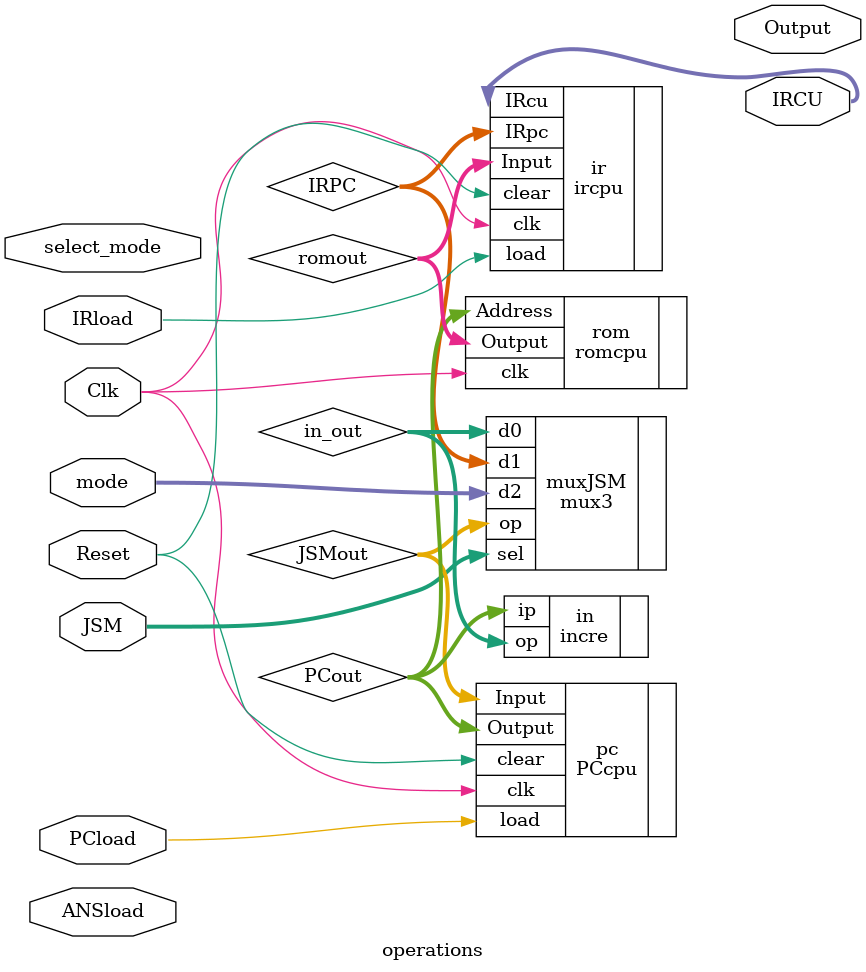
<source format=v>
`timescale 1ns / 1ps
module operations(

	 input [1:0] mode,
	 input Reset,
    input Clk,
    input IRload,
    input PCload,
	 input ANSload,
    input [1:0]JSM,
	 input select_mode,
    output [3:0] IRCU,
    output [7:0] Output
    );
	 
	 wire [7:0] Amuxw,Bmuxw,outA,outB,ALUout,romout;
	 wire [3:0] IRPC,JSMout,in_out,PCout;
	 wire [7:0] out;
	 
	 romcpu rom(.Output(romout),.Address(PCout),.clk(Clk));
	 ircpu ir(.Input(romout),.IRcu(IRCU),.IRpc(IRPC),.load(IRload),.clear(Reset),.clk(Clk));
	 mux3 muxJSM(.op(JSMout),.d0(in_out),.d1(IRPC),.d2(mode),.sel(JSM));
	 PCcpu pc(.Output(PCout),.Input(JSMout),.clk(Clk),.clear(Reset),.load(PCload));
	 incre in(.op(in_out),.ip(PCout));
	
	 


endmodule

</source>
